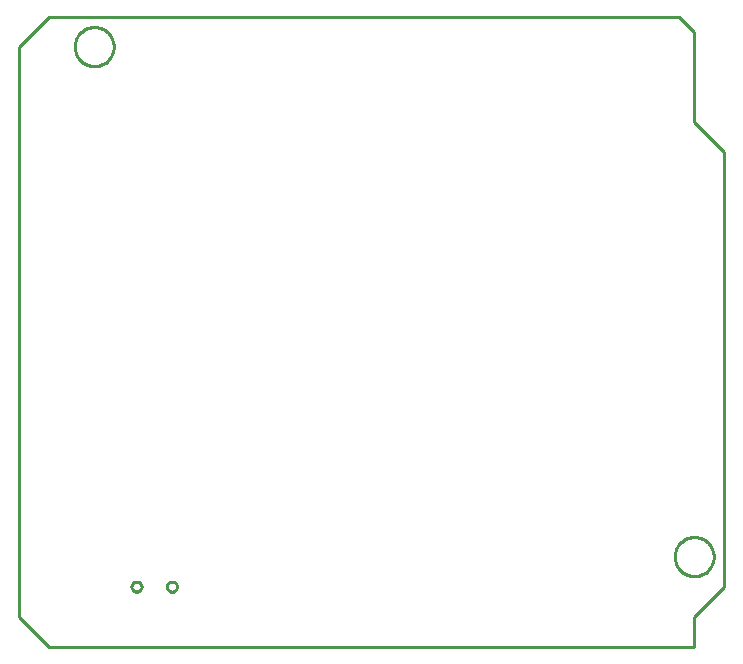
<source format=gbr>
G04 EAGLE Gerber RS-274X export*
G75*
%MOMM*%
%FSLAX34Y34*%
%LPD*%
%IN*%
%IPPOS*%
%AMOC8*
5,1,8,0,0,1.08239X$1,22.5*%
G01*
%ADD10C,0.254000*%


D10*
X0Y25400D02*
X25400Y0D01*
X571500Y0D01*
X571500Y25400D01*
X596900Y50800D01*
X596900Y419100D01*
X571500Y444500D01*
X571500Y520700D01*
X558800Y533400D01*
X25400Y533400D01*
X0Y508000D01*
X0Y25400D01*
X570960Y59690D02*
X569881Y59761D01*
X568809Y59902D01*
X567749Y60113D01*
X566705Y60392D01*
X565681Y60740D01*
X564683Y61154D01*
X563713Y61632D01*
X562777Y62172D01*
X561878Y62773D01*
X561021Y63431D01*
X560208Y64144D01*
X559444Y64908D01*
X558731Y65721D01*
X558073Y66578D01*
X557472Y67477D01*
X556932Y68413D01*
X556454Y69383D01*
X556040Y70381D01*
X555692Y71405D01*
X555413Y72449D01*
X555202Y73509D01*
X555061Y74581D01*
X554990Y75660D01*
X554990Y76740D01*
X555061Y77819D01*
X555202Y78891D01*
X555413Y79951D01*
X555692Y80995D01*
X556040Y82019D01*
X556454Y83017D01*
X556932Y83987D01*
X557472Y84923D01*
X558073Y85822D01*
X558731Y86679D01*
X559444Y87492D01*
X560208Y88257D01*
X561021Y88969D01*
X561878Y89627D01*
X562777Y90228D01*
X563713Y90768D01*
X564683Y91246D01*
X565681Y91660D01*
X566705Y92008D01*
X567749Y92287D01*
X568809Y92498D01*
X569881Y92639D01*
X570960Y92710D01*
X572040Y92710D01*
X573119Y92639D01*
X574191Y92498D01*
X575251Y92287D01*
X576295Y92008D01*
X577319Y91660D01*
X578317Y91246D01*
X579287Y90768D01*
X580223Y90228D01*
X581122Y89627D01*
X581979Y88969D01*
X582792Y88257D01*
X583557Y87492D01*
X584269Y86679D01*
X584927Y85822D01*
X585528Y84923D01*
X586068Y83987D01*
X586546Y83017D01*
X586960Y82019D01*
X587308Y80995D01*
X587587Y79951D01*
X587798Y78891D01*
X587939Y77819D01*
X588010Y76740D01*
X588010Y75660D01*
X587939Y74581D01*
X587798Y73509D01*
X587587Y72449D01*
X587308Y71405D01*
X586960Y70381D01*
X586546Y69383D01*
X586068Y68413D01*
X585528Y67477D01*
X584927Y66578D01*
X584269Y65721D01*
X583557Y64908D01*
X582792Y64144D01*
X581979Y63431D01*
X581122Y62773D01*
X580223Y62172D01*
X579287Y61632D01*
X578317Y61154D01*
X577319Y60740D01*
X576295Y60392D01*
X575251Y60113D01*
X574191Y59902D01*
X573119Y59761D01*
X572040Y59690D01*
X570960Y59690D01*
X62960Y491490D02*
X61881Y491561D01*
X60809Y491702D01*
X59749Y491913D01*
X58705Y492192D01*
X57681Y492540D01*
X56683Y492954D01*
X55713Y493432D01*
X54777Y493972D01*
X53878Y494573D01*
X53021Y495231D01*
X52208Y495944D01*
X51444Y496708D01*
X50731Y497521D01*
X50073Y498378D01*
X49472Y499277D01*
X48932Y500213D01*
X48454Y501183D01*
X48040Y502181D01*
X47692Y503205D01*
X47413Y504249D01*
X47202Y505309D01*
X47061Y506381D01*
X46990Y507460D01*
X46990Y508540D01*
X47061Y509619D01*
X47202Y510691D01*
X47413Y511751D01*
X47692Y512795D01*
X48040Y513819D01*
X48454Y514817D01*
X48932Y515787D01*
X49472Y516723D01*
X50073Y517622D01*
X50731Y518479D01*
X51444Y519292D01*
X52208Y520057D01*
X53021Y520769D01*
X53878Y521427D01*
X54777Y522028D01*
X55713Y522568D01*
X56683Y523046D01*
X57681Y523460D01*
X58705Y523808D01*
X59749Y524087D01*
X60809Y524298D01*
X61881Y524439D01*
X62960Y524510D01*
X64040Y524510D01*
X65119Y524439D01*
X66191Y524298D01*
X67251Y524087D01*
X68295Y523808D01*
X69319Y523460D01*
X70317Y523046D01*
X71287Y522568D01*
X72223Y522028D01*
X73122Y521427D01*
X73979Y520769D01*
X74792Y520057D01*
X75557Y519292D01*
X76269Y518479D01*
X76927Y517622D01*
X77528Y516723D01*
X78068Y515787D01*
X78546Y514817D01*
X78960Y513819D01*
X79308Y512795D01*
X79587Y511751D01*
X79798Y510691D01*
X79939Y509619D01*
X80010Y508540D01*
X80010Y507460D01*
X79939Y506381D01*
X79798Y505309D01*
X79587Y504249D01*
X79308Y503205D01*
X78960Y502181D01*
X78546Y501183D01*
X78068Y500213D01*
X77528Y499277D01*
X76927Y498378D01*
X76269Y497521D01*
X75557Y496708D01*
X74792Y495944D01*
X73979Y495231D01*
X73122Y494573D01*
X72223Y493972D01*
X71287Y493432D01*
X70317Y492954D01*
X69319Y492540D01*
X68295Y492192D01*
X67251Y491913D01*
X66191Y491702D01*
X65119Y491561D01*
X64040Y491490D01*
X62960Y491490D01*
X133550Y50521D02*
X133477Y49969D01*
X133333Y49431D01*
X133120Y48916D01*
X132841Y48434D01*
X132502Y47992D01*
X132108Y47598D01*
X131666Y47259D01*
X131184Y46980D01*
X130669Y46767D01*
X130131Y46623D01*
X129579Y46550D01*
X129021Y46550D01*
X128469Y46623D01*
X127931Y46767D01*
X127416Y46980D01*
X126934Y47259D01*
X126492Y47598D01*
X126098Y47992D01*
X125759Y48434D01*
X125480Y48916D01*
X125267Y49431D01*
X125123Y49969D01*
X125050Y50521D01*
X125050Y51079D01*
X125123Y51631D01*
X125267Y52169D01*
X125480Y52684D01*
X125759Y53166D01*
X126098Y53608D01*
X126492Y54002D01*
X126934Y54341D01*
X127416Y54620D01*
X127931Y54833D01*
X128469Y54977D01*
X129021Y55050D01*
X129579Y55050D01*
X130131Y54977D01*
X130669Y54833D01*
X131184Y54620D01*
X131666Y54341D01*
X132108Y54002D01*
X132502Y53608D01*
X132841Y53166D01*
X133120Y52684D01*
X133333Y52169D01*
X133477Y51631D01*
X133550Y51079D01*
X133550Y50521D01*
X103550Y50521D02*
X103477Y49969D01*
X103333Y49431D01*
X103120Y48916D01*
X102841Y48434D01*
X102502Y47992D01*
X102108Y47598D01*
X101666Y47259D01*
X101184Y46980D01*
X100669Y46767D01*
X100131Y46623D01*
X99579Y46550D01*
X99021Y46550D01*
X98469Y46623D01*
X97931Y46767D01*
X97416Y46980D01*
X96934Y47259D01*
X96492Y47598D01*
X96098Y47992D01*
X95759Y48434D01*
X95480Y48916D01*
X95267Y49431D01*
X95123Y49969D01*
X95050Y50521D01*
X95050Y51079D01*
X95123Y51631D01*
X95267Y52169D01*
X95480Y52684D01*
X95759Y53166D01*
X96098Y53608D01*
X96492Y54002D01*
X96934Y54341D01*
X97416Y54620D01*
X97931Y54833D01*
X98469Y54977D01*
X99021Y55050D01*
X99579Y55050D01*
X100131Y54977D01*
X100669Y54833D01*
X101184Y54620D01*
X101666Y54341D01*
X102108Y54002D01*
X102502Y53608D01*
X102841Y53166D01*
X103120Y52684D01*
X103333Y52169D01*
X103477Y51631D01*
X103550Y51079D01*
X103550Y50521D01*
M02*

</source>
